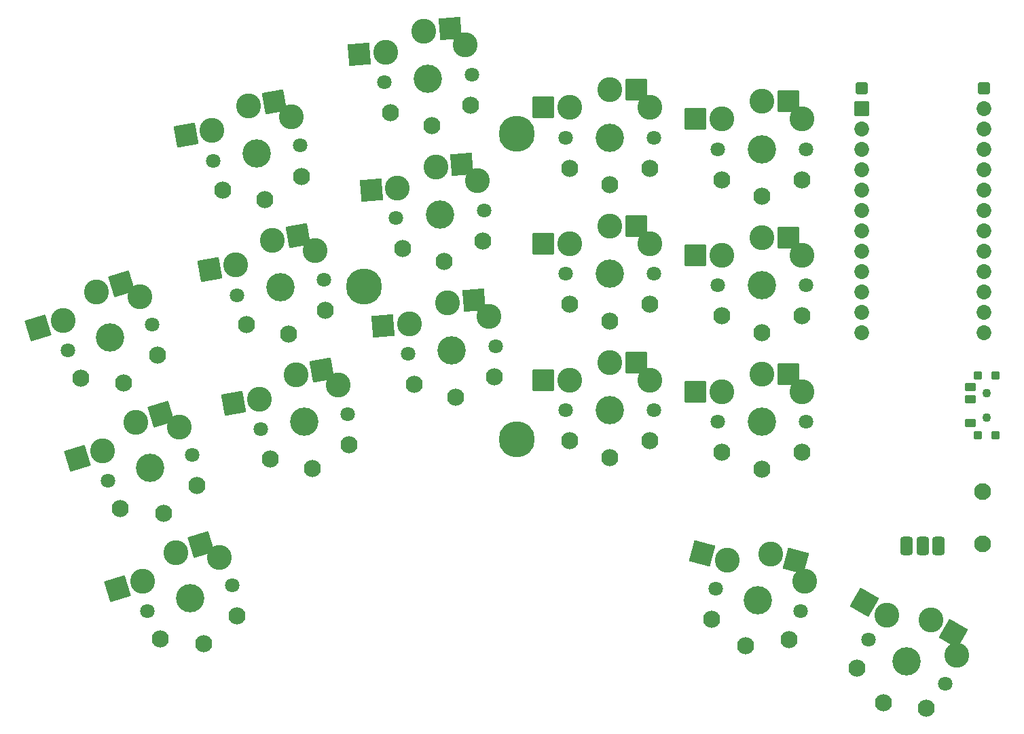
<source format=gts>
%TF.GenerationSoftware,KiCad,Pcbnew,(6.0.4-0)*%
%TF.CreationDate,2022-04-26T17:06:57+02:00*%
%TF.ProjectId,rae_with_puck,7261655f-7769-4746-985f-7075636b2e6b,v1.0.0*%
%TF.SameCoordinates,Original*%
%TF.FileFunction,Soldermask,Top*%
%TF.FilePolarity,Negative*%
%FSLAX46Y46*%
G04 Gerber Fmt 4.6, Leading zero omitted, Abs format (unit mm)*
G04 Created by KiCad (PCBNEW (6.0.4-0)) date 2022-04-26 17:06:57*
%MOMM*%
%LPD*%
G01*
G04 APERTURE LIST*
G04 Aperture macros list*
%AMRoundRect*
0 Rectangle with rounded corners*
0 $1 Rounding radius*
0 $2 $3 $4 $5 $6 $7 $8 $9 X,Y pos of 4 corners*
0 Add a 4 corners polygon primitive as box body*
4,1,4,$2,$3,$4,$5,$6,$7,$8,$9,$2,$3,0*
0 Add four circle primitives for the rounded corners*
1,1,$1+$1,$2,$3*
1,1,$1+$1,$4,$5*
1,1,$1+$1,$6,$7*
1,1,$1+$1,$8,$9*
0 Add four rect primitives between the rounded corners*
20,1,$1+$1,$2,$3,$4,$5,0*
20,1,$1+$1,$4,$5,$6,$7,0*
20,1,$1+$1,$6,$7,$8,$9,0*
20,1,$1+$1,$8,$9,$2,$3,0*%
G04 Aperture macros list end*
%ADD10RoundRect,0.050000X-0.450000X0.450000X-0.450000X-0.450000X0.450000X-0.450000X0.450000X0.450000X0*%
%ADD11RoundRect,0.050000X-0.625000X0.450000X-0.625000X-0.450000X0.625000X-0.450000X0.625000X0.450000X0*%
%ADD12RoundRect,0.425000X-0.375000X-0.750000X0.375000X-0.750000X0.375000X0.750000X-0.375000X0.750000X0*%
%ADD13C,2.100000*%
%ADD14C,3.100000*%
%ADD15C,1.801800*%
%ADD16C,3.529000*%
%ADD17RoundRect,0.050000X-1.054507X-1.505993X1.505993X-1.054507X1.054507X1.505993X-1.505993X1.054507X0*%
%ADD18C,2.132000*%
%ADD19RoundRect,0.050000X-1.181751X-1.408356X1.408356X-1.181751X1.181751X1.408356X-1.408356X1.181751X0*%
%ADD20RoundRect,0.050000X-1.300000X-1.300000X1.300000X-1.300000X1.300000X1.300000X-1.300000X1.300000X0*%
%ADD21RoundRect,0.050000X-1.775833X-0.475833X0.475833X-1.775833X1.775833X0.475833X-0.475833X1.775833X0*%
%ADD22C,1.100000*%
%ADD23RoundRect,0.050000X-0.863113X-1.623279X1.623279X-0.863113X0.863113X1.623279X-1.623279X0.863113X0*%
%ADD24RoundRect,0.050000X-1.592168X-0.919239X0.919239X-1.592168X1.592168X0.919239X-0.919239X1.592168X0*%
%ADD25RoundRect,0.050000X-0.876300X0.876300X-0.876300X-0.876300X0.876300X-0.876300X0.876300X0.876300X0*%
%ADD26C,1.852600*%
%ADD27RoundRect,0.425000X-0.375000X-0.375000X0.375000X-0.375000X0.375000X0.375000X-0.375000X0.375000X0*%
%ADD28C,4.500000*%
G04 APERTURE END LIST*
D10*
%TO.C,T1*%
X161311087Y69616483D03*
X163511087Y77016483D03*
X163511087Y69616483D03*
X161311087Y77016483D03*
D11*
X160336087Y71066483D03*
X160336087Y74066483D03*
X160336087Y75566483D03*
%TD*%
D12*
%TO.C,PAD1*%
X152411087Y55816483D03*
X156411087Y55816483D03*
X154411087Y55816483D03*
%TD*%
D13*
%TO.C,B1*%
X161911087Y56066483D03*
X161911087Y62566483D03*
%TD*%
D14*
%TO.C,S11*%
X75659968Y109306337D03*
X70353903Y110604673D03*
X70353903Y110604673D03*
D15*
X65970667Y103790002D03*
D14*
X65811891Y107569855D03*
D16*
X71387110Y104745067D03*
D15*
X76803553Y105700132D03*
D17*
X73579149Y111173371D03*
X62586645Y107001157D03*
%TD*%
D15*
%TO.C,S34*%
X157191785Y38610213D03*
D16*
X152428645Y41360213D03*
D15*
X147665505Y44110213D03*
D18*
X146198518Y40569316D03*
X154858772Y35569316D03*
X149478645Y36250663D03*
X149478645Y36250663D03*
%TD*%
D16*
%TO.C,S15*%
X94221643Y97114167D03*
D15*
X99700714Y97593524D03*
D14*
X98875782Y101285676D03*
X93703066Y103041525D03*
X93703066Y103041525D03*
X88913835Y100414118D03*
D15*
X88742572Y96634810D03*
D19*
X96965604Y103326961D03*
X85651298Y100128683D03*
%TD*%
D20*
%TO.C,S21*%
X107136087Y93436017D03*
X118686087Y95636017D03*
D16*
X115411087Y89686017D03*
D14*
X110411087Y93436017D03*
D15*
X120911087Y89686017D03*
D14*
X120411087Y93436017D03*
X115411087Y95636017D03*
D15*
X109911087Y89686017D03*
D14*
X115411087Y95636017D03*
%TD*%
D15*
%TO.C,S8*%
X71874705Y70306538D03*
X82707591Y72216668D03*
D16*
X77291148Y71261603D03*
D18*
X73026972Y66651093D03*
X82875050Y68387574D03*
X78315672Y65451237D03*
X78315672Y65451237D03*
%TD*%
D16*
%TO.C,S14*%
X95703291Y80178857D03*
D15*
X101182362Y80658214D03*
X90224220Y79699500D03*
D18*
X91053509Y75957538D03*
X101015456Y76829096D03*
X96217510Y74301308D03*
X96217510Y74301308D03*
%TD*%
%TO.C,S20*%
X115411087Y66786017D03*
X115411087Y66786017D03*
X110411087Y68886017D03*
X120411087Y68886017D03*
D15*
X120911087Y72686017D03*
X109911087Y72686017D03*
D16*
X115411087Y72686017D03*
%TD*%
D18*
%TO.C,S28*%
X134377759Y82346289D03*
X134377759Y82346289D03*
X139377759Y84446289D03*
X129377759Y84446289D03*
D16*
X134377759Y88246289D03*
D15*
X139877759Y88246289D03*
X128877759Y88246289D03*
%TD*%
D18*
%TO.C,S26*%
X134377759Y65346289D03*
X134377759Y65346289D03*
X139377759Y67446289D03*
X129377759Y67446289D03*
D15*
X139877759Y71246289D03*
X128877759Y71246289D03*
D16*
X134377759Y71246289D03*
%TD*%
D20*
%TO.C,S29*%
X126102759Y108996289D03*
X137652759Y111196289D03*
D15*
X128877759Y105246289D03*
D14*
X129377759Y108996289D03*
X139377759Y108996289D03*
D16*
X134377759Y105246289D03*
D15*
X139877759Y105246289D03*
D14*
X134377759Y111196289D03*
X134377759Y111196289D03*
%TD*%
D16*
%TO.C,S33*%
X152428645Y41360213D03*
D14*
X155403645Y46513064D03*
X149973518Y47107808D03*
D15*
X147665505Y44110213D03*
D14*
X155403645Y46513064D03*
X158633772Y42107808D03*
D15*
X157191785Y38610213D03*
D21*
X158239878Y44875564D03*
X147137285Y48745308D03*
%TD*%
D14*
%TO.C,S7*%
X71715929Y74086391D03*
X81564006Y75822873D03*
X76257941Y77121209D03*
D15*
X71874705Y70306538D03*
D14*
X76257941Y77121209D03*
D15*
X82707591Y72216668D03*
D16*
X77291148Y71261603D03*
D17*
X79483187Y77689907D03*
X68490683Y73517693D03*
%TD*%
D15*
%TO.C,S2*%
X57770005Y47649137D03*
D16*
X63029681Y49257181D03*
D15*
X68289357Y50865225D03*
D18*
X59359170Y44161364D03*
X68922217Y47085081D03*
X64754674Y43614983D03*
X64754674Y43614983D03*
%TD*%
D22*
%TO.C,T2*%
X162411087Y74816483D03*
X162411087Y71816483D03*
%TD*%
D15*
%TO.C,S1*%
X68289357Y50865225D03*
D14*
X66714811Y54305182D03*
X61290069Y54947194D03*
X61290069Y54947194D03*
D16*
X63029681Y49257181D03*
D14*
X57151763Y51381465D03*
D15*
X57770005Y47649137D03*
D23*
X64421967Y55904712D03*
X54019865Y50423948D03*
%TD*%
D16*
%TO.C,S5*%
X53089043Y81771543D03*
D15*
X58348719Y83379587D03*
D14*
X51349431Y87461556D03*
X51349431Y87461556D03*
D15*
X47829367Y80163499D03*
D14*
X47211125Y83895827D03*
X56774173Y86819544D03*
D23*
X54481329Y88419074D03*
X44079227Y82938310D03*
%TD*%
D20*
%TO.C,S27*%
X126102759Y91996289D03*
X137652759Y94196289D03*
D15*
X128877759Y88246289D03*
D14*
X134377759Y94196289D03*
X134377759Y94196289D03*
X139377759Y91996289D03*
D16*
X134377759Y88246289D03*
D15*
X139877759Y88246289D03*
D14*
X129377759Y91996289D03*
%TD*%
%TO.C,S9*%
X68763910Y90828123D03*
D16*
X74339129Y88003335D03*
D14*
X73305922Y93862941D03*
X78611987Y92564605D03*
D15*
X68922686Y87048270D03*
D14*
X73305922Y93862941D03*
D15*
X79755572Y88958400D03*
D17*
X76531168Y94431639D03*
X65538664Y90259425D03*
%TD*%
D15*
%TO.C,S16*%
X99700714Y97593524D03*
D16*
X94221643Y97114167D03*
D15*
X88742572Y96634810D03*
D18*
X99533808Y93764406D03*
X89571861Y92892848D03*
X94735862Y91236618D03*
X94735862Y91236618D03*
%TD*%
%TO.C,S30*%
X134377759Y99346289D03*
X134377759Y99346289D03*
X129377759Y101446289D03*
X139377759Y101446289D03*
D16*
X134377759Y105246289D03*
D15*
X128877759Y105246289D03*
X139877759Y105246289D03*
%TD*%
%TO.C,S13*%
X90224220Y79699500D03*
X101182362Y80658214D03*
D16*
X95703291Y80178857D03*
D14*
X95184714Y86106215D03*
X100357430Y84350366D03*
X95184714Y86106215D03*
X90395483Y83478808D03*
D19*
X98447252Y86391651D03*
X87132946Y83193373D03*
%TD*%
D18*
%TO.C,S24*%
X115411087Y100786017D03*
X115411087Y100786017D03*
X120411087Y102886017D03*
X110411087Y102886017D03*
D16*
X115411087Y106686017D03*
D15*
X120911087Y106686017D03*
X109911087Y106686017D03*
%TD*%
%TO.C,S17*%
X87260925Y113570120D03*
D16*
X92739996Y114049477D03*
D15*
X98219067Y114528834D03*
D14*
X87432188Y117349428D03*
X97394135Y118220986D03*
X92221419Y119976835D03*
X92221419Y119976835D03*
D19*
X95483957Y120262271D03*
X84169651Y117063993D03*
%TD*%
D15*
%TO.C,S4*%
X52799686Y63906318D03*
X63319038Y67122406D03*
D16*
X58059362Y65514362D03*
D18*
X54388851Y60418545D03*
X63951898Y63342262D03*
X59784355Y59872164D03*
X59784355Y59872164D03*
%TD*%
D15*
%TO.C,S10*%
X79755572Y88958400D03*
X68922686Y87048270D03*
D16*
X74339129Y88003335D03*
D18*
X70074953Y83392825D03*
X79923031Y85129306D03*
X75363653Y82192969D03*
X75363653Y82192969D03*
%TD*%
%TO.C,S22*%
X115411087Y83786017D03*
X115411087Y83786017D03*
X120411087Y85886017D03*
X110411087Y85886017D03*
D16*
X115411087Y89686017D03*
D15*
X120911087Y89686017D03*
X109911087Y89686017D03*
%TD*%
D16*
%TO.C,S31*%
X133891046Y49038738D03*
D15*
X128578454Y50462243D03*
D14*
X135431019Y54785997D03*
X139691247Y51366865D03*
X135431019Y54785997D03*
X130031988Y53955055D03*
D15*
X139203638Y47615233D03*
D24*
X138594426Y53938364D03*
X126868581Y54802687D03*
%TD*%
D25*
%TO.C,MCU1*%
X146791087Y110286483D03*
D26*
X146791087Y107746483D03*
X146791087Y105206483D03*
X146791087Y102666483D03*
X146791087Y100126483D03*
X146791087Y97586483D03*
X146791087Y95046483D03*
X146791087Y92506483D03*
X146791087Y89966483D03*
X146791087Y87426483D03*
X146791087Y84886483D03*
X146791087Y82346483D03*
X162031087Y110286483D03*
X162031087Y107746483D03*
X162031087Y105206483D03*
X162031087Y102666483D03*
X162031087Y100126483D03*
X162031087Y97586483D03*
X162031087Y95046483D03*
X162031087Y92506483D03*
X162031087Y89966483D03*
X162031087Y87426483D03*
X162031087Y84886483D03*
X162031087Y82346483D03*
D27*
X146791087Y112826483D03*
X162031087Y112826483D03*
%TD*%
D15*
%TO.C,S3*%
X52799686Y63906318D03*
D14*
X52181444Y67638646D03*
D16*
X58059362Y65514362D03*
D14*
X61744492Y70562363D03*
X56319750Y71204375D03*
X56319750Y71204375D03*
D15*
X63319038Y67122406D03*
D23*
X59451648Y72161893D03*
X49049546Y66681129D03*
%TD*%
D15*
%TO.C,S32*%
X139203638Y47615233D03*
D16*
X133891046Y49038738D03*
D15*
X128578454Y50462243D03*
D18*
X137737163Y44074125D03*
X128077904Y46662315D03*
X132364014Y43339776D03*
X132364014Y43339776D03*
%TD*%
D28*
%TO.C,REF\u002A\u002A*%
X103797220Y107191427D03*
X103797220Y69091427D03*
X84747220Y88141427D03*
%TD*%
D16*
%TO.C,S12*%
X71387110Y104745067D03*
D15*
X65970667Y103790002D03*
X76803553Y105700132D03*
D18*
X76971012Y101871038D03*
X67122934Y100134557D03*
X72411634Y98934701D03*
X72411634Y98934701D03*
%TD*%
D20*
%TO.C,S23*%
X107136087Y110436017D03*
X118686087Y112636017D03*
D15*
X109911087Y106686017D03*
D14*
X120411087Y110436017D03*
X110411087Y110436017D03*
X115411087Y112636017D03*
X115411087Y112636017D03*
D15*
X120911087Y106686017D03*
D16*
X115411087Y106686017D03*
%TD*%
D20*
%TO.C,S25*%
X126102759Y74996289D03*
X137652759Y77196289D03*
D15*
X128877759Y71246289D03*
D14*
X139377759Y74996289D03*
X134377759Y77196289D03*
D15*
X139877759Y71246289D03*
D14*
X129377759Y74996289D03*
D16*
X134377759Y71246289D03*
D14*
X134377759Y77196289D03*
%TD*%
D15*
%TO.C,S6*%
X47829367Y80163499D03*
X58348719Y83379587D03*
D16*
X53089043Y81771543D03*
D18*
X49418532Y76675726D03*
X58981579Y79599443D03*
X54814036Y76129345D03*
X54814036Y76129345D03*
%TD*%
D20*
%TO.C,S19*%
X107136087Y76436017D03*
X118686087Y78636017D03*
D14*
X115411087Y78636017D03*
X120411087Y76436017D03*
D15*
X109911087Y72686017D03*
X120911087Y72686017D03*
D14*
X110411087Y76436017D03*
X115411087Y78636017D03*
D16*
X115411087Y72686017D03*
%TD*%
D15*
%TO.C,S18*%
X98219067Y114528834D03*
D16*
X92739996Y114049477D03*
D15*
X87260925Y113570120D03*
D18*
X88090214Y109828158D03*
X98052161Y110699716D03*
X93254215Y108171928D03*
X93254215Y108171928D03*
%TD*%
M02*

</source>
